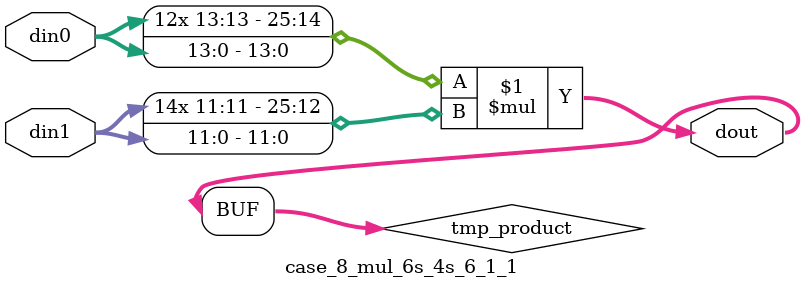
<source format=v>

`timescale 1 ns / 1 ps

 module case_8_mul_6s_4s_6_1_1(din0, din1, dout);
parameter ID = 1;
parameter NUM_STAGE = 0;
parameter din0_WIDTH = 14;
parameter din1_WIDTH = 12;
parameter dout_WIDTH = 26;

input [din0_WIDTH - 1 : 0] din0; 
input [din1_WIDTH - 1 : 0] din1; 
output [dout_WIDTH - 1 : 0] dout;

wire signed [dout_WIDTH - 1 : 0] tmp_product;



























assign tmp_product = $signed(din0) * $signed(din1);








assign dout = tmp_product;





















endmodule

</source>
